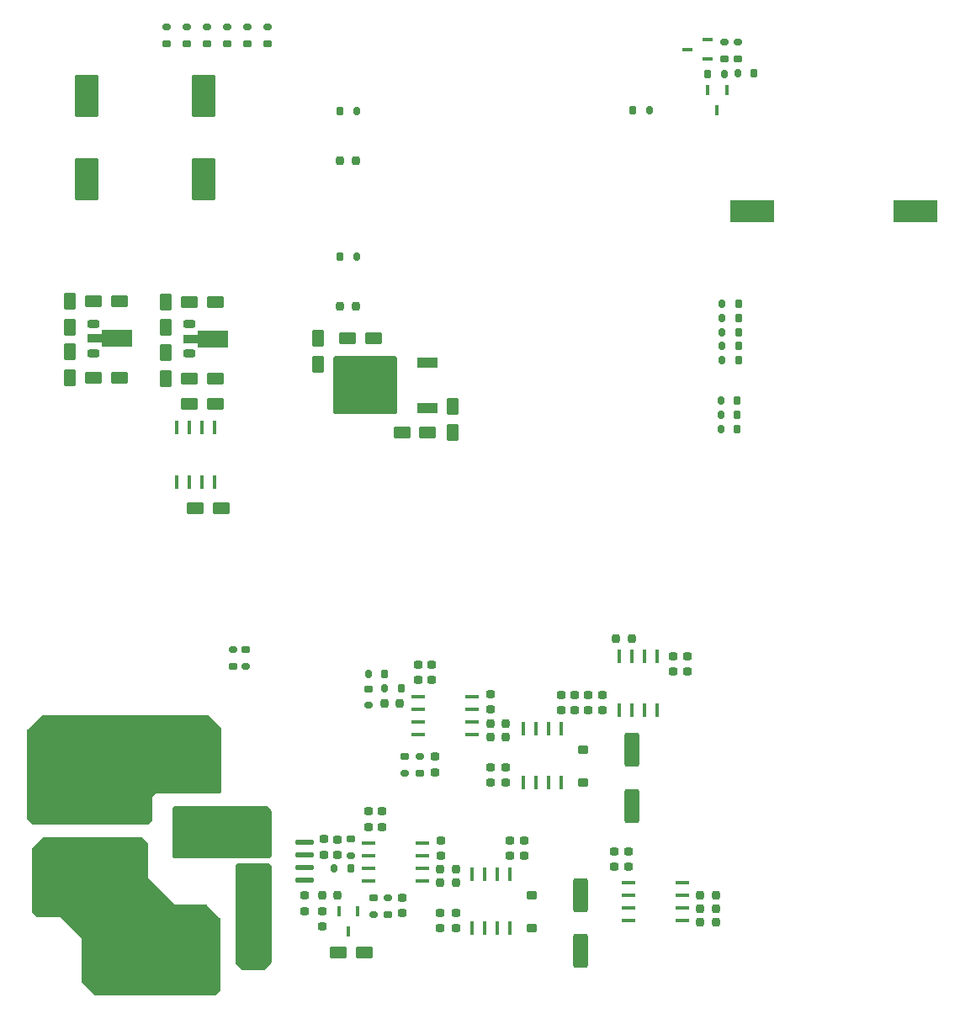
<source format=gbr>
%TF.GenerationSoftware,KiCad,Pcbnew,8.0.5*%
%TF.CreationDate,2024-11-25T17:26:56+07:00*%
%TF.ProjectId,MEASURE_POWER_AC,4d454153-5552-4455-9f50-4f5745525f41,rev?*%
%TF.SameCoordinates,Original*%
%TF.FileFunction,Paste,Bot*%
%TF.FilePolarity,Positive*%
%FSLAX46Y46*%
G04 Gerber Fmt 4.6, Leading zero omitted, Abs format (unit mm)*
G04 Created by KiCad (PCBNEW 8.0.5) date 2024-11-25 17:26:56*
%MOMM*%
%LPD*%
G01*
G04 APERTURE LIST*
G04 Aperture macros list*
%AMRoundRect*
0 Rectangle with rounded corners*
0 $1 Rounding radius*
0 $2 $3 $4 $5 $6 $7 $8 $9 X,Y pos of 4 corners*
0 Add a 4 corners polygon primitive as box body*
4,1,4,$2,$3,$4,$5,$6,$7,$8,$9,$2,$3,0*
0 Add four circle primitives for the rounded corners*
1,1,$1+$1,$2,$3*
1,1,$1+$1,$4,$5*
1,1,$1+$1,$6,$7*
1,1,$1+$1,$8,$9*
0 Add four rect primitives between the rounded corners*
20,1,$1+$1,$2,$3,$4,$5,0*
20,1,$1+$1,$4,$5,$6,$7,0*
20,1,$1+$1,$6,$7,$8,$9,0*
20,1,$1+$1,$8,$9,$2,$3,0*%
%AMFreePoly0*
4,1,13,3.811700,-0.815700,0.788300,-0.815700,0.788300,-0.450000,0.773421,-0.414079,0.737500,-0.399200,-0.686700,-0.399200,-0.686700,0.399200,0.737500,0.399200,0.773421,0.414079,0.788300,0.450000,0.788300,0.815700,3.811700,0.815700,3.811700,-0.815700,3.811700,-0.815700,$1*%
G04 Aperture macros list end*
%ADD10RoundRect,0.199600X0.224600X-0.199600X0.224600X0.199600X-0.224600X0.199600X-0.224600X-0.199600X0*%
%ADD11RoundRect,0.170600X-0.244100X0.170600X-0.244100X-0.170600X0.244100X-0.170600X0.244100X0.170600X0*%
%ADD12RoundRect,0.174600X-0.249600X0.174600X-0.249600X-0.174600X0.249600X-0.174600X0.249600X0.174600X0*%
%ADD13RoundRect,0.199600X0.199600X0.224600X-0.199600X0.224600X-0.199600X-0.224600X0.199600X-0.224600X0*%
%ADD14R,0.431800X1.066800*%
%ADD15RoundRect,0.207128X-0.647072X-0.402072X0.647072X-0.402072X0.647072X0.402072X-0.647072X0.402072X0*%
%ADD16RoundRect,0.207128X-0.402072X0.647072X-0.402072X-0.647072X0.402072X-0.647072X0.402072X0.647072X0*%
%ADD17RoundRect,0.239840X0.959360X-1.909360X0.959360X1.909360X-0.959360X1.909360X-0.959360X-1.909360X0*%
%ADD18RoundRect,0.170600X-0.170600X-0.244100X0.170600X-0.244100X0.170600X0.244100X-0.170600X0.244100X0*%
%ADD19RoundRect,0.174600X-0.174600X-0.249600X0.174600X-0.249600X0.174600X0.249600X-0.174600X0.249600X0*%
%ADD20RoundRect,0.199600X-0.224600X0.199600X-0.224600X-0.199600X0.224600X-0.199600X0.224600X0.199600X0*%
%ADD21R,1.358900X0.431800*%
%ADD22RoundRect,0.199600X-0.199600X-0.224600X0.199600X-0.224600X0.199600X0.224600X-0.199600X0.224600X0*%
%ADD23RoundRect,0.170600X0.244100X-0.170600X0.244100X0.170600X-0.244100X0.170600X-0.244100X-0.170600X0*%
%ADD24RoundRect,0.174600X0.249600X-0.174600X0.249600X0.174600X-0.249600X0.174600X-0.249600X-0.174600X0*%
%ADD25R,0.431800X1.358900*%
%ADD26RoundRect,0.170600X0.170600X0.244100X-0.170600X0.244100X-0.170600X-0.244100X0.170600X-0.244100X0*%
%ADD27RoundRect,0.174600X0.174600X0.249600X-0.174600X0.249600X-0.174600X-0.249600X0.174600X-0.249600X0*%
%ADD28RoundRect,0.199600X-0.399600X-0.199600X0.399600X-0.199600X0.399600X0.199600X-0.399600X0.199600X0*%
%ADD29FreePoly0,0.000000*%
%ADD30RoundRect,0.207128X0.647072X0.402072X-0.647072X0.402072X-0.647072X-0.402072X0.647072X-0.402072X0*%
%ADD31RoundRect,0.207128X0.402072X-0.647072X0.402072X0.647072X-0.402072X0.647072X-0.402072X-0.647072X0*%
%ADD32RoundRect,0.199600X0.349600X-0.199600X0.349600X0.199600X-0.349600X0.199600X-0.349600X-0.199600X0*%
%ADD33RoundRect,0.228833X0.820367X0.320367X-0.820367X0.320367X-0.820367X-0.320367X0.820367X-0.320367X0*%
%ADD34RoundRect,0.240763X1.233437X1.083437X-1.233437X1.083437X-1.233437X-1.083437X1.233437X-1.083437X0*%
%ADD35R,4.398400X2.198400*%
%ADD36R,3.898400X4.398400*%
%ADD37RoundRect,0.234125X-0.515075X1.465075X-0.515075X-1.465075X0.515075X-1.465075X0.515075X1.465075X0*%
%ADD38RoundRect,0.124600X-0.799600X-0.124600X0.799600X-0.124600X0.799600X0.124600X-0.799600X0.124600X0*%
%ADD39R,1.066800X0.431800*%
G04 APERTURE END LIST*
D10*
%TO.C,C25*%
X211618600Y-116268800D03*
X211618600Y-114718800D03*
%TD*%
D11*
%TO.C,R68*%
X207941280Y-27344000D03*
D12*
X207941280Y-28994000D03*
%TD*%
D13*
%TO.C,C26*%
X214973200Y-114718800D03*
X213423200Y-114718800D03*
%TD*%
D14*
%TO.C,Q9*%
X252213600Y-33655000D03*
X254113602Y-33655000D03*
X253163601Y-35687000D03*
%TD*%
D15*
%TO.C,C89*%
X190378800Y-62582400D03*
X192978800Y-62582400D03*
%TD*%
D16*
%TO.C,C83*%
X212995300Y-58639500D03*
X212995300Y-61239500D03*
%TD*%
D17*
%TO.C,C94*%
X189687200Y-42630200D03*
X189687200Y-34230200D03*
%TD*%
D10*
%TO.C,C32*%
X214934800Y-110630000D03*
X214934800Y-109080000D03*
%TD*%
D14*
%TO.C,U5*%
X215076999Y-116332000D03*
X216977001Y-116332000D03*
X216027000Y-118364000D03*
%TD*%
D18*
%TO.C,R23*%
X218040700Y-92444200D03*
D19*
X219690700Y-92444200D03*
%TD*%
D15*
%TO.C,C87*%
X190378800Y-54945150D03*
X192978800Y-54945150D03*
%TD*%
D20*
%TO.C,C40*%
X224764600Y-100748800D03*
X224764600Y-102298800D03*
%TD*%
D21*
%TO.C,U6*%
X223062800Y-98552000D03*
X223062800Y-97282000D03*
X223062800Y-96012000D03*
X223062800Y-94742000D03*
X228511100Y-94742000D03*
X228511100Y-96012000D03*
X228511100Y-97282000D03*
X228511100Y-98552000D03*
%TD*%
D22*
%TO.C,C42*%
X219690700Y-95427800D03*
X221240700Y-95427800D03*
%TD*%
D15*
%TO.C,C75*%
X200041200Y-62712600D03*
X202641200Y-62712600D03*
%TD*%
D23*
%TO.C,R24*%
X221679400Y-102398800D03*
D24*
X221679400Y-100748800D03*
%TD*%
D11*
%TO.C,R60*%
X253863600Y-28875802D03*
D12*
X253863600Y-30525802D03*
%TD*%
D11*
%TO.C,R63*%
X203841720Y-27344000D03*
D12*
X203841720Y-28994000D03*
%TD*%
D25*
%TO.C,U8*%
X228523800Y-112541050D03*
X229793800Y-112541050D03*
X231063800Y-112541050D03*
X232333800Y-112541050D03*
X232333800Y-117989350D03*
X231063800Y-117989350D03*
X229793800Y-117989350D03*
X228523800Y-117989350D03*
%TD*%
D11*
%TO.C,R64*%
X199771000Y-27344000D03*
D12*
X199771000Y-28994000D03*
%TD*%
D20*
%TO.C,C34*%
X225323400Y-109182200D03*
X225323400Y-110732200D03*
%TD*%
D18*
%TO.C,R26*%
X219690700Y-93892000D03*
D19*
X221340700Y-93892000D03*
%TD*%
D26*
%TO.C,R56*%
X246341000Y-35673400D03*
D27*
X244691000Y-35673400D03*
%TD*%
D17*
%TO.C,C95*%
X201472800Y-42630200D03*
X201472800Y-34230200D03*
%TD*%
D10*
%TO.C,C53*%
X237464600Y-96101200D03*
X237464600Y-94551200D03*
%TD*%
D15*
%TO.C,C85*%
X215980200Y-58639500D03*
X218580200Y-58639500D03*
%TD*%
D23*
%TO.C,R22*%
X218040700Y-95580200D03*
D24*
X218040700Y-93930200D03*
%TD*%
D20*
%TO.C,C33*%
X221488000Y-114947800D03*
X221488000Y-116497800D03*
%TD*%
D28*
%TO.C,U12*%
X200041200Y-60202600D03*
D29*
X200128700Y-58702600D03*
D28*
X200041200Y-57202600D03*
%TD*%
D30*
%TO.C,C35*%
X217615301Y-120460900D03*
X215015301Y-120460900D03*
%TD*%
D11*
%TO.C,R19*%
X220047000Y-114947800D03*
D12*
X220047000Y-116597800D03*
%TD*%
D31*
%TO.C,C79*%
X226581500Y-68091100D03*
X226581500Y-65491100D03*
%TD*%
D22*
%TO.C,C24*%
X215226400Y-55397400D03*
X216776400Y-55397400D03*
%TD*%
D10*
%TO.C,C31*%
X218084400Y-107810600D03*
X218084400Y-106260600D03*
%TD*%
D18*
%TO.C,R47*%
X253658000Y-58078000D03*
D19*
X255308000Y-58078000D03*
%TD*%
D11*
%TO.C,R59*%
X255235200Y-28875802D03*
D12*
X255235200Y-30525802D03*
%TD*%
D32*
%TO.C,D4*%
X239699800Y-103384350D03*
X239699800Y-100084350D03*
%TD*%
D10*
%TO.C,C30*%
X219456000Y-107810600D03*
X219456000Y-106260600D03*
%TD*%
D25*
%TO.C,U9*%
X247091200Y-96101200D03*
X245821200Y-96101200D03*
X244551200Y-96101200D03*
X243281200Y-96101200D03*
X243281200Y-90652900D03*
X244551200Y-90652900D03*
X245821200Y-90652900D03*
X247091200Y-90652900D03*
%TD*%
D23*
%TO.C,R17*%
X218606000Y-116597800D03*
D24*
X218606000Y-114947800D03*
%TD*%
D10*
%TO.C,C56*%
X225310400Y-117989350D03*
X225310400Y-116439350D03*
%TD*%
D18*
%TO.C,R50*%
X253531000Y-67806200D03*
D19*
X255181000Y-67806200D03*
%TD*%
D33*
%TO.C,U14*%
X224030200Y-61066600D03*
D34*
X219405200Y-64871600D03*
X219405200Y-61821600D03*
X216055200Y-64871600D03*
X216055200Y-61821600D03*
D33*
X224030200Y-65626600D03*
%TD*%
D18*
%TO.C,R16*%
X214644600Y-111976800D03*
D19*
X216294600Y-111976800D03*
%TD*%
D10*
%TO.C,C63*%
X232333800Y-110744000D03*
X232333800Y-109194000D03*
%TD*%
D35*
%TO.C,BT1*%
X256696600Y-45821600D03*
X273096600Y-45821600D03*
%TD*%
D10*
%TO.C,C61*%
X233705400Y-110744000D03*
X233705400Y-109194000D03*
%TD*%
%TO.C,C36*%
X213423200Y-117818800D03*
X213423200Y-116268800D03*
%TD*%
D15*
%TO.C,C91*%
X200077600Y-65238500D03*
X202677600Y-65238500D03*
%TD*%
D21*
%TO.C,U4*%
X218084400Y-113272200D03*
X218084400Y-112002200D03*
X218084400Y-110732200D03*
X218084400Y-109462200D03*
X223532700Y-109462200D03*
X223532700Y-110732200D03*
X223532700Y-112002200D03*
X223532700Y-113272200D03*
%TD*%
D11*
%TO.C,R67*%
X197730480Y-27344000D03*
D12*
X197730480Y-28994000D03*
%TD*%
D18*
%TO.C,R44*%
X253658000Y-59424200D03*
D19*
X255308000Y-59424200D03*
%TD*%
D31*
%TO.C,C90*%
X188024900Y-62582400D03*
X188024900Y-59982400D03*
%TD*%
D15*
%TO.C,C96*%
X200661800Y-75754100D03*
X203261800Y-75754100D03*
%TD*%
D10*
%TO.C,C41*%
X223062800Y-93027800D03*
X223062800Y-91477800D03*
%TD*%
D26*
%TO.C,R14*%
X216876400Y-35776400D03*
D27*
X215226400Y-35776400D03*
%TD*%
D25*
%TO.C,U16*%
X198755000Y-67633850D03*
X200025000Y-67633850D03*
X201295000Y-67633850D03*
X202565000Y-67633850D03*
X202565000Y-73082150D03*
X201295000Y-73082150D03*
X200025000Y-73082150D03*
X198755000Y-73082150D03*
%TD*%
D13*
%TO.C,C37*%
X231864200Y-98780600D03*
X230314200Y-98780600D03*
%TD*%
%TO.C,C28*%
X226860400Y-113461800D03*
X225310400Y-113461800D03*
%TD*%
D10*
%TO.C,C62*%
X244221000Y-111823800D03*
X244221000Y-110273800D03*
%TD*%
%TO.C,C49*%
X240207800Y-96101200D03*
X240207800Y-94551200D03*
%TD*%
D36*
%TO.C,F1*%
X201066400Y-101941600D03*
X201066400Y-108641600D03*
%TD*%
D13*
%TO.C,C29*%
X226860400Y-112090200D03*
X225310400Y-112090200D03*
%TD*%
%TO.C,C57*%
X253022400Y-116052600D03*
X251472400Y-116052600D03*
%TD*%
D26*
%TO.C,R62*%
X253863600Y-32015800D03*
D27*
X252213600Y-32015800D03*
%TD*%
D25*
%TO.C,U7*%
X233654600Y-97936050D03*
X234924600Y-97936050D03*
X236194600Y-97936050D03*
X237464600Y-97936050D03*
X237464600Y-103384350D03*
X236194600Y-103384350D03*
X234924600Y-103384350D03*
X233654600Y-103384350D03*
%TD*%
D23*
%TO.C,R21*%
X205753600Y-91653100D03*
D24*
X205753600Y-90003100D03*
%TD*%
D37*
%TO.C,C50*%
X244551200Y-100084350D03*
X244551200Y-105684350D03*
%TD*%
D18*
%TO.C,R46*%
X253531000Y-66358400D03*
D19*
X255181000Y-66358400D03*
%TD*%
D10*
%TO.C,C60*%
X242824000Y-111823800D03*
X242824000Y-110273800D03*
%TD*%
%TO.C,C46*%
X230314200Y-103384350D03*
X230314200Y-101834350D03*
%TD*%
D23*
%TO.C,R18*%
X216294600Y-110679600D03*
D24*
X216294600Y-109029600D03*
%TD*%
D16*
%TO.C,C84*%
X188024900Y-54945150D03*
X188024900Y-57545150D03*
%TD*%
D10*
%TO.C,C48*%
X241579400Y-96101200D03*
X241579400Y-94551200D03*
%TD*%
D22*
%TO.C,C54*%
X243001200Y-88849200D03*
X244551200Y-88849200D03*
%TD*%
D11*
%TO.C,R66*%
X201804640Y-27344000D03*
D12*
X201804640Y-28994000D03*
%TD*%
D30*
%TO.C,C81*%
X224030200Y-68091100D03*
X221430200Y-68091100D03*
%TD*%
D20*
%TO.C,C27*%
X213563200Y-109054600D03*
X213563200Y-110604600D03*
%TD*%
D15*
%TO.C,C73*%
X200041200Y-54973750D03*
X202641200Y-54973750D03*
%TD*%
D10*
%TO.C,C52*%
X238836200Y-96101200D03*
X238836200Y-94551200D03*
%TD*%
D22*
%TO.C,C23*%
X215226400Y-40792400D03*
X216776400Y-40792400D03*
%TD*%
D18*
%TO.C,R49*%
X253658000Y-60821200D03*
D19*
X255308000Y-60821200D03*
%TD*%
D10*
%TO.C,C39*%
X224434400Y-93027800D03*
X224434400Y-91477800D03*
%TD*%
D11*
%TO.C,R25*%
X223222000Y-100748800D03*
D12*
X223222000Y-102398800D03*
%TD*%
D18*
%TO.C,R45*%
X253658000Y-56579400D03*
D19*
X255308000Y-56579400D03*
%TD*%
D11*
%TO.C,R65*%
X205878800Y-27344000D03*
D12*
X205878800Y-28994000D03*
%TD*%
D38*
%TO.C,U3*%
X206668600Y-113131600D03*
X206668600Y-111861600D03*
X206668600Y-110591600D03*
X206668600Y-109321600D03*
X211618600Y-109321600D03*
X211618600Y-110591600D03*
X211618600Y-111861600D03*
X211618600Y-113131600D03*
%TD*%
D37*
%TO.C,C51*%
X239420400Y-114689350D03*
X239420400Y-120289350D03*
%TD*%
D16*
%TO.C,C71*%
X197687300Y-54973750D03*
X197687300Y-57573750D03*
%TD*%
D13*
%TO.C,C38*%
X231864200Y-97409000D03*
X230314200Y-97409000D03*
%TD*%
D20*
%TO.C,C43*%
X230327200Y-94462000D03*
X230327200Y-96012000D03*
%TD*%
D18*
%TO.C,R43*%
X253658000Y-55157000D03*
D19*
X255308000Y-55157000D03*
%TD*%
D18*
%TO.C,R61*%
X255235200Y-31992200D03*
D19*
X256885200Y-31992200D03*
%TD*%
D20*
%TO.C,C44*%
X250190000Y-90652900D03*
X250190000Y-92202900D03*
%TD*%
D13*
%TO.C,C55*%
X253022400Y-114655600D03*
X251472400Y-114655600D03*
%TD*%
D20*
%TO.C,C45*%
X248767600Y-90652900D03*
X248767600Y-92202900D03*
%TD*%
D31*
%TO.C,C76*%
X197687300Y-62712600D03*
X197687300Y-60112600D03*
%TD*%
D10*
%TO.C,C47*%
X231864200Y-103384350D03*
X231864200Y-101834350D03*
%TD*%
D13*
%TO.C,C59*%
X253022400Y-117424200D03*
X251472400Y-117424200D03*
%TD*%
D28*
%TO.C,U15*%
X190378800Y-60174000D03*
D29*
X190466300Y-58674000D03*
D28*
X190378800Y-57174000D03*
%TD*%
D32*
%TO.C,D5*%
X234543600Y-117989350D03*
X234543600Y-114689350D03*
%TD*%
D11*
%TO.C,R20*%
X204405600Y-90003100D03*
D12*
X204405600Y-91653100D03*
%TD*%
D18*
%TO.C,R48*%
X253531000Y-64936000D03*
D19*
X255181000Y-64936000D03*
%TD*%
D21*
%TO.C,U10*%
X244214650Y-117246400D03*
X244214650Y-115976400D03*
X244214650Y-114706400D03*
X244214650Y-113436400D03*
X249662950Y-113436400D03*
X249662950Y-114706400D03*
X249662950Y-115976400D03*
X249662950Y-117246400D03*
%TD*%
D39*
%TO.C,Q8*%
X252196600Y-28625800D03*
X252196600Y-30525802D03*
X250164600Y-29575801D03*
%TD*%
D26*
%TO.C,R15*%
X216876400Y-50459000D03*
D27*
X215226400Y-50459000D03*
%TD*%
D10*
%TO.C,C58*%
X226860400Y-117989350D03*
X226860400Y-116439350D03*
%TD*%
G36*
X202023661Y-96615413D02*
G01*
X202035665Y-96625665D01*
X203272135Y-97862135D01*
X203300361Y-97917533D01*
X203301600Y-97933270D01*
X203301600Y-104174530D01*
X203282387Y-104233661D01*
X203272135Y-104245665D01*
X203102465Y-104415335D01*
X203047067Y-104443561D01*
X203031330Y-104444800D01*
X196697600Y-104444800D01*
X196342000Y-104800400D01*
X196342000Y-107095530D01*
X196322787Y-107154661D01*
X196312535Y-107166665D01*
X195888865Y-107590335D01*
X195833467Y-107618561D01*
X195817730Y-107619800D01*
X184318670Y-107619800D01*
X184259539Y-107600587D01*
X184247535Y-107590335D01*
X183747665Y-107090465D01*
X183719439Y-107035067D01*
X183718200Y-107019330D01*
X183718200Y-98085670D01*
X183737413Y-98026539D01*
X183747665Y-98014535D01*
X185136535Y-96625665D01*
X185191933Y-96597439D01*
X185207670Y-96596200D01*
X201964530Y-96596200D01*
X202023661Y-96615413D01*
G37*
G36*
X195292661Y-108832813D02*
G01*
X195304665Y-108843065D01*
X195880735Y-109419135D01*
X195908961Y-109474533D01*
X195910200Y-109490270D01*
X195910200Y-112928400D01*
X198628000Y-115646200D01*
X201786730Y-115646200D01*
X201845861Y-115665413D01*
X201857865Y-115675665D01*
X203119735Y-116937535D01*
X203147961Y-116992933D01*
X203149200Y-117008670D01*
X203149200Y-124265930D01*
X203129987Y-124325061D01*
X203119735Y-124337065D01*
X202696065Y-124760735D01*
X202640667Y-124788961D01*
X202624930Y-124790200D01*
X190668670Y-124790200D01*
X190609539Y-124770987D01*
X190597535Y-124760735D01*
X189234065Y-123397265D01*
X189205839Y-123341867D01*
X189204600Y-123326130D01*
X189204600Y-118999000D01*
X187121800Y-116916200D01*
X184801270Y-116916200D01*
X184742139Y-116896987D01*
X184730135Y-116886735D01*
X184204865Y-116361465D01*
X184176639Y-116306067D01*
X184175400Y-116290330D01*
X184175400Y-109998270D01*
X184194613Y-109939139D01*
X184204865Y-109927135D01*
X185288935Y-108843065D01*
X185344333Y-108814839D01*
X185360070Y-108813600D01*
X195233530Y-108813600D01*
X195292661Y-108832813D01*
G37*
G36*
X220642834Y-60403133D02*
G01*
X220746236Y-60423701D01*
X220782500Y-60438722D01*
X220861761Y-60491682D01*
X220889517Y-60519438D01*
X220942477Y-60598699D01*
X220957498Y-60634962D01*
X220978067Y-60738365D01*
X220980000Y-60757992D01*
X220980000Y-65937207D01*
X220978067Y-65956834D01*
X220957498Y-66060237D01*
X220942477Y-66096500D01*
X220889517Y-66175761D01*
X220861761Y-66203517D01*
X220782500Y-66256477D01*
X220746237Y-66271498D01*
X220642835Y-66292067D01*
X220623208Y-66294000D01*
X214816432Y-66294000D01*
X214796806Y-66292067D01*
X214709997Y-66274800D01*
X214673733Y-66259779D01*
X214608538Y-66216217D01*
X214580782Y-66188461D01*
X214537220Y-66123266D01*
X214522199Y-66087001D01*
X214504933Y-66000193D01*
X214503000Y-65980568D01*
X214503000Y-60714631D01*
X214504933Y-60695006D01*
X214522199Y-60608198D01*
X214537220Y-60571933D01*
X214580782Y-60506738D01*
X214608538Y-60478982D01*
X214673733Y-60435420D01*
X214709998Y-60420399D01*
X214796807Y-60403133D01*
X214816432Y-60401200D01*
X220623208Y-60401200D01*
X220642834Y-60403133D01*
G37*
G36*
X207865661Y-105734013D02*
G01*
X207877665Y-105744265D01*
X208275935Y-106142535D01*
X208304161Y-106197933D01*
X208305400Y-106213670D01*
X208305400Y-110702330D01*
X208286187Y-110761461D01*
X208275935Y-110773465D01*
X208131665Y-110917735D01*
X208076267Y-110945961D01*
X208060530Y-110947200D01*
X198542670Y-110947200D01*
X198483539Y-110927987D01*
X198471535Y-110917735D01*
X198352665Y-110798865D01*
X198324439Y-110743467D01*
X198323200Y-110727730D01*
X198323200Y-105959670D01*
X198342413Y-105900539D01*
X198352665Y-105888535D01*
X198496935Y-105744265D01*
X198552333Y-105716039D01*
X198568070Y-105714800D01*
X207806530Y-105714800D01*
X207865661Y-105734013D01*
G37*
G36*
X208094261Y-111499813D02*
G01*
X208106265Y-111510065D01*
X208275935Y-111679735D01*
X208304161Y-111735133D01*
X208305400Y-111750870D01*
X208305400Y-121446530D01*
X208286187Y-121505661D01*
X208275935Y-121517665D01*
X207598265Y-122195335D01*
X207542867Y-122223561D01*
X207527130Y-122224800D01*
X205451470Y-122224800D01*
X205392339Y-122205587D01*
X205380335Y-122195335D01*
X204728065Y-121543065D01*
X204699839Y-121487667D01*
X204698600Y-121471930D01*
X204698600Y-111700070D01*
X204717813Y-111640939D01*
X204728065Y-111628935D01*
X204846935Y-111510065D01*
X204902333Y-111481839D01*
X204918070Y-111480600D01*
X208035130Y-111480600D01*
X208094261Y-111499813D01*
G37*
M02*

</source>
